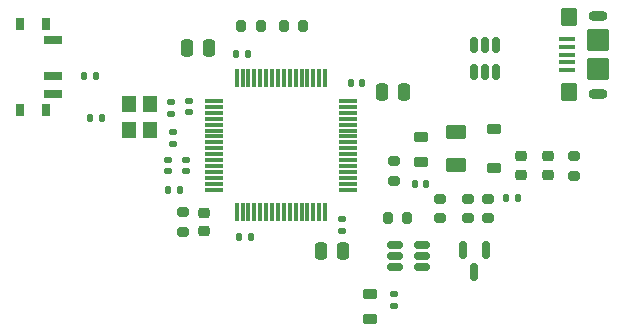
<source format=gbr>
%TF.GenerationSoftware,KiCad,Pcbnew,8.0.5-8.0.5-0~ubuntu24.04.1*%
%TF.CreationDate,2024-09-30T02:40:30+03:30*%
%TF.ProjectId,stm32buckusb,73746d33-3262-4756-936b-7573622e6b69,rev?*%
%TF.SameCoordinates,Original*%
%TF.FileFunction,Paste,Top*%
%TF.FilePolarity,Positive*%
%FSLAX46Y46*%
G04 Gerber Fmt 4.6, Leading zero omitted, Abs format (unit mm)*
G04 Created by KiCad (PCBNEW 8.0.5-8.0.5-0~ubuntu24.04.1) date 2024-09-30 02:40:30*
%MOMM*%
%LPD*%
G01*
G04 APERTURE LIST*
G04 Aperture macros list*
%AMRoundRect*
0 Rectangle with rounded corners*
0 $1 Rounding radius*
0 $2 $3 $4 $5 $6 $7 $8 $9 X,Y pos of 4 corners*
0 Add a 4 corners polygon primitive as box body*
4,1,4,$2,$3,$4,$5,$6,$7,$8,$9,$2,$3,0*
0 Add four circle primitives for the rounded corners*
1,1,$1+$1,$2,$3*
1,1,$1+$1,$4,$5*
1,1,$1+$1,$6,$7*
1,1,$1+$1,$8,$9*
0 Add four rect primitives between the rounded corners*
20,1,$1+$1,$2,$3,$4,$5,0*
20,1,$1+$1,$4,$5,$6,$7,0*
20,1,$1+$1,$6,$7,$8,$9,0*
20,1,$1+$1,$8,$9,$2,$3,0*%
G04 Aperture macros list end*
%ADD10R,0.800000X1.000000*%
%ADD11R,1.500000X0.700000*%
%ADD12RoundRect,0.218750X0.256250X-0.218750X0.256250X0.218750X-0.256250X0.218750X-0.256250X-0.218750X0*%
%ADD13RoundRect,0.218750X-0.256250X0.218750X-0.256250X-0.218750X0.256250X-0.218750X0.256250X0.218750X0*%
%ADD14RoundRect,0.140000X0.170000X-0.140000X0.170000X0.140000X-0.170000X0.140000X-0.170000X-0.140000X0*%
%ADD15RoundRect,0.135000X-0.185000X0.135000X-0.185000X-0.135000X0.185000X-0.135000X0.185000X0.135000X0*%
%ADD16RoundRect,0.250000X0.625000X-0.375000X0.625000X0.375000X-0.625000X0.375000X-0.625000X-0.375000X0*%
%ADD17RoundRect,0.150000X0.150000X-0.512500X0.150000X0.512500X-0.150000X0.512500X-0.150000X-0.512500X0*%
%ADD18RoundRect,0.147500X0.147500X0.172500X-0.147500X0.172500X-0.147500X-0.172500X0.147500X-0.172500X0*%
%ADD19RoundRect,0.200000X-0.275000X0.200000X-0.275000X-0.200000X0.275000X-0.200000X0.275000X0.200000X0*%
%ADD20RoundRect,0.250000X0.250000X0.475000X-0.250000X0.475000X-0.250000X-0.475000X0.250000X-0.475000X0*%
%ADD21RoundRect,0.140000X0.140000X0.170000X-0.140000X0.170000X-0.140000X-0.170000X0.140000X-0.170000X0*%
%ADD22RoundRect,0.140000X-0.140000X-0.170000X0.140000X-0.170000X0.140000X0.170000X-0.140000X0.170000X0*%
%ADD23RoundRect,0.200000X0.275000X-0.200000X0.275000X0.200000X-0.275000X0.200000X-0.275000X-0.200000X0*%
%ADD24O,1.600000X0.900000*%
%ADD25RoundRect,0.250000X0.450000X-0.550000X0.450000X0.550000X-0.450000X0.550000X-0.450000X-0.550000X0*%
%ADD26RoundRect,0.250000X0.700000X-0.700000X0.700000X0.700000X-0.700000X0.700000X-0.700000X-0.700000X0*%
%ADD27RoundRect,0.100000X0.575000X-0.100000X0.575000X0.100000X-0.575000X0.100000X-0.575000X-0.100000X0*%
%ADD28R,1.200000X1.400000*%
%ADD29RoundRect,0.200000X-0.200000X-0.275000X0.200000X-0.275000X0.200000X0.275000X-0.200000X0.275000X0*%
%ADD30RoundRect,0.218750X-0.381250X0.218750X-0.381250X-0.218750X0.381250X-0.218750X0.381250X0.218750X0*%
%ADD31RoundRect,0.135000X0.135000X0.185000X-0.135000X0.185000X-0.135000X-0.185000X0.135000X-0.185000X0*%
%ADD32RoundRect,0.150000X0.512500X0.150000X-0.512500X0.150000X-0.512500X-0.150000X0.512500X-0.150000X0*%
%ADD33RoundRect,0.225000X0.375000X-0.225000X0.375000X0.225000X-0.375000X0.225000X-0.375000X-0.225000X0*%
%ADD34RoundRect,0.200000X0.200000X0.275000X-0.200000X0.275000X-0.200000X-0.275000X0.200000X-0.275000X0*%
%ADD35RoundRect,0.150000X-0.150000X0.587500X-0.150000X-0.587500X0.150000X-0.587500X0.150000X0.587500X0*%
%ADD36RoundRect,0.140000X-0.170000X0.140000X-0.170000X-0.140000X0.170000X-0.140000X0.170000X0.140000X0*%
%ADD37RoundRect,0.225000X-0.250000X0.225000X-0.250000X-0.225000X0.250000X-0.225000X0.250000X0.225000X0*%
%ADD38RoundRect,0.075000X-0.700000X-0.075000X0.700000X-0.075000X0.700000X0.075000X-0.700000X0.075000X0*%
%ADD39RoundRect,0.075000X-0.075000X-0.700000X0.075000X-0.700000X0.075000X0.700000X-0.075000X0.700000X0*%
G04 APERTURE END LIST*
D10*
%TO.C,SW1*%
X83010000Y-86400000D03*
X80800000Y-86400000D03*
X83010000Y-93700000D03*
X80800000Y-93700000D03*
D11*
X83660000Y-87800000D03*
X83660000Y-90800000D03*
X83660000Y-92300000D03*
%TD*%
D12*
%TO.C,D1*%
X96375000Y-103967500D03*
X96375000Y-102392500D03*
%TD*%
D13*
%TO.C,D3*%
X125500000Y-97600000D03*
X125500000Y-99175000D03*
%TD*%
D14*
%TO.C,C10*%
X94875000Y-98890000D03*
X94875000Y-97930000D03*
%TD*%
D15*
%TO.C,R2*%
X93800000Y-95580000D03*
X93800000Y-96600000D03*
%TD*%
D14*
%TO.C,C12*%
X93600000Y-94000000D03*
X93600000Y-93040000D03*
%TD*%
D16*
%TO.C,F1*%
X117750000Y-98312500D03*
X117750000Y-95512500D03*
%TD*%
D17*
%TO.C,U2*%
X119250000Y-90475000D03*
X120200000Y-90475000D03*
X121150000Y-90475000D03*
X121150000Y-88200000D03*
X120200000Y-88200000D03*
X119250000Y-88200000D03*
%TD*%
D14*
%TO.C,C9*%
X93375000Y-98890000D03*
X93375000Y-97930000D03*
%TD*%
D18*
%TO.C,L1*%
X94345000Y-100430000D03*
X93375000Y-100430000D03*
%TD*%
D19*
%TO.C,R6*%
X116400000Y-101200000D03*
X116400000Y-102850000D03*
%TD*%
D20*
%TO.C,C3*%
X96875000Y-88430000D03*
X94975000Y-88430000D03*
%TD*%
D19*
%TO.C,R8*%
X118750000Y-101200000D03*
X118750000Y-102850000D03*
%TD*%
D21*
%TO.C,C11*%
X87760000Y-94400000D03*
X86800000Y-94400000D03*
%TD*%
D22*
%TO.C,C7*%
X108840000Y-91400000D03*
X109800000Y-91400000D03*
%TD*%
D23*
%TO.C,R7*%
X120500000Y-102850000D03*
X120500000Y-101200000D03*
%TD*%
D24*
%TO.C,J5*%
X129800000Y-85700000D03*
D25*
X127350000Y-85800000D03*
D26*
X129800000Y-87800000D03*
X129800000Y-90200000D03*
D25*
X127350000Y-92200000D03*
D24*
X129800000Y-92300000D03*
D27*
X127125000Y-87700000D03*
X127125000Y-88350000D03*
X127125000Y-89000000D03*
X127125000Y-89650000D03*
X127125000Y-90300000D03*
%TD*%
D28*
%TO.C,Y1*%
X91800000Y-95400000D03*
X91800000Y-93200000D03*
X90100000Y-93200000D03*
X90100000Y-95400000D03*
%TD*%
D29*
%TO.C,R9*%
X99575000Y-86600000D03*
X101225000Y-86600000D03*
%TD*%
%TO.C,R5*%
X111950000Y-102850000D03*
X113600000Y-102850000D03*
%TD*%
D30*
%TO.C,L2*%
X110500000Y-109250000D03*
X110500000Y-111375000D03*
%TD*%
D22*
%TO.C,C8*%
X99145000Y-88930000D03*
X100105000Y-88930000D03*
%TD*%
D14*
%TO.C,C14*%
X112500000Y-110250000D03*
X112500000Y-109290000D03*
%TD*%
D31*
%TO.C,R1*%
X87310000Y-90800000D03*
X86290000Y-90800000D03*
%TD*%
D32*
%TO.C,MP2359DJ1*%
X114887500Y-107000000D03*
X114887500Y-106050000D03*
X114887500Y-105100000D03*
X112612500Y-105100000D03*
X112612500Y-106050000D03*
X112612500Y-107000000D03*
%TD*%
D19*
%TO.C,R4*%
X112500000Y-98025000D03*
X112500000Y-99675000D03*
%TD*%
D20*
%TO.C,C2*%
X108200000Y-105630000D03*
X106300000Y-105630000D03*
%TD*%
D33*
%TO.C,D2*%
X121000000Y-98562500D03*
X121000000Y-95262500D03*
%TD*%
D34*
%TO.C,R10*%
X104800000Y-86600000D03*
X103150000Y-86600000D03*
%TD*%
D35*
%TO.C,Q1*%
X120250000Y-105500000D03*
X118350000Y-105500000D03*
X119300000Y-107375000D03*
%TD*%
D19*
%TO.C,R11*%
X127750000Y-97600000D03*
X127750000Y-99250000D03*
%TD*%
D21*
%TO.C,C5*%
X100375000Y-104430000D03*
X99415000Y-104430000D03*
%TD*%
D20*
%TO.C,C1*%
X113350000Y-92200000D03*
X111450000Y-92200000D03*
%TD*%
D30*
%TO.C,FB1*%
X114750000Y-96000000D03*
X114750000Y-98125000D03*
%TD*%
D23*
%TO.C,R3*%
X94625000Y-104005000D03*
X94625000Y-102355000D03*
%TD*%
D21*
%TO.C,C15*%
X122980000Y-101100000D03*
X122020000Y-101100000D03*
%TD*%
D36*
%TO.C,C4*%
X95125000Y-92930000D03*
X95125000Y-93890000D03*
%TD*%
D37*
%TO.C,C16*%
X123250000Y-97612500D03*
X123250000Y-99162500D03*
%TD*%
D36*
%TO.C,C6*%
X108125000Y-102930000D03*
X108125000Y-103890000D03*
%TD*%
D22*
%TO.C,C13*%
X114290000Y-99925000D03*
X115250000Y-99925000D03*
%TD*%
D38*
%TO.C,U1*%
X97250000Y-92930000D03*
X97250000Y-93430000D03*
X97250000Y-93930000D03*
X97250000Y-94430000D03*
X97250000Y-94930000D03*
X97250000Y-95430000D03*
X97250000Y-95930000D03*
X97250000Y-96430000D03*
X97250000Y-96930000D03*
X97250000Y-97430000D03*
X97250000Y-97930000D03*
X97250000Y-98430000D03*
X97250000Y-98930000D03*
X97250000Y-99430000D03*
X97250000Y-99930000D03*
X97250000Y-100430000D03*
D39*
X99175000Y-102355000D03*
X99675000Y-102355000D03*
X100175000Y-102355000D03*
X100675000Y-102355000D03*
X101175000Y-102355000D03*
X101675000Y-102355000D03*
X102175000Y-102355000D03*
X102675000Y-102355000D03*
X103175000Y-102355000D03*
X103675000Y-102355000D03*
X104175000Y-102355000D03*
X104675000Y-102355000D03*
X105175000Y-102355000D03*
X105675000Y-102355000D03*
X106175000Y-102355000D03*
X106675000Y-102355000D03*
D38*
X108600000Y-100430000D03*
X108600000Y-99930000D03*
X108600000Y-99430000D03*
X108600000Y-98930000D03*
X108600000Y-98430000D03*
X108600000Y-97930000D03*
X108600000Y-97430000D03*
X108600000Y-96930000D03*
X108600000Y-96430000D03*
X108600000Y-95930000D03*
X108600000Y-95430000D03*
X108600000Y-94930000D03*
X108600000Y-94430000D03*
X108600000Y-93930000D03*
X108600000Y-93430000D03*
X108600000Y-92930000D03*
D39*
X106675000Y-91005000D03*
X106175000Y-91005000D03*
X105675000Y-91005000D03*
X105175000Y-91005000D03*
X104675000Y-91005000D03*
X104175000Y-91005000D03*
X103675000Y-91005000D03*
X103175000Y-91005000D03*
X102675000Y-91005000D03*
X102175000Y-91005000D03*
X101675000Y-91005000D03*
X101175000Y-91005000D03*
X100675000Y-91005000D03*
X100175000Y-91005000D03*
X99675000Y-91005000D03*
X99175000Y-91005000D03*
%TD*%
M02*

</source>
